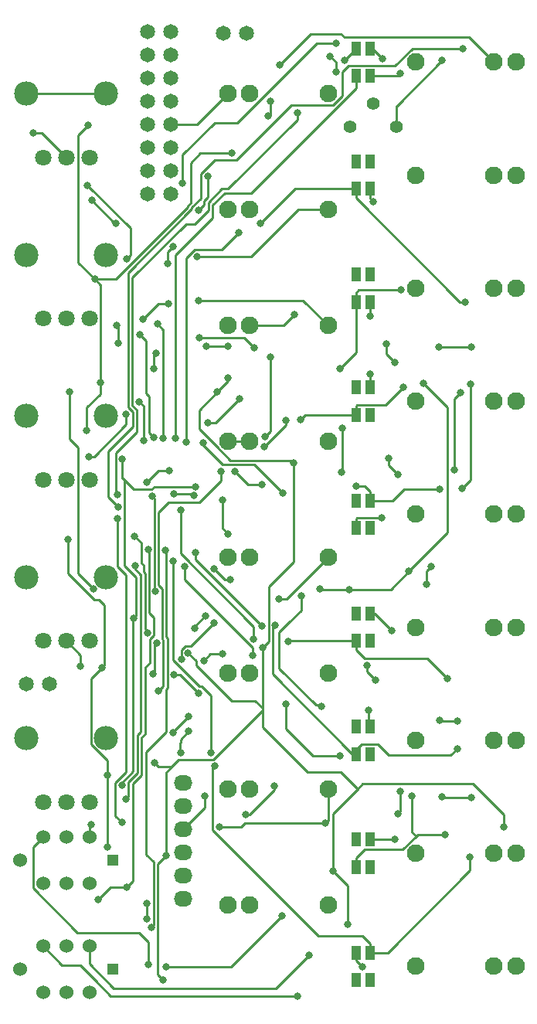
<source format=gbl>
G04 #@! TF.GenerationSoftware,KiCad,Pcbnew,(6.0.5-0)*
G04 #@! TF.CreationDate,2022-05-25T13:52:13-07:00*
G04 #@! TF.ProjectId,SCMplus,53434d70-6c75-4732-9e6b-696361645f70,rev?*
G04 #@! TF.SameCoordinates,PX85b6780PY82ed558*
G04 #@! TF.FileFunction,Copper,L2,Bot*
G04 #@! TF.FilePolarity,Positive*
%FSLAX46Y46*%
G04 Gerber Fmt 4.6, Leading zero omitted, Abs format (unit mm)*
G04 Created by KiCad (PCBNEW (6.0.5-0)) date 2022-05-25 13:52:13*
%MOMM*%
%LPD*%
G01*
G04 APERTURE LIST*
G04 #@! TA.AperFunction,ComponentPad*
%ADD10C,1.651000*%
G04 #@! TD*
G04 #@! TA.AperFunction,ComponentPad*
%ADD11C,1.397000*%
G04 #@! TD*
G04 #@! TA.AperFunction,ComponentPad*
%ADD12O,2.032000X1.727200*%
G04 #@! TD*
G04 #@! TA.AperFunction,ComponentPad*
%ADD13C,1.930400*%
G04 #@! TD*
G04 #@! TA.AperFunction,ComponentPad*
%ADD14C,1.524000*%
G04 #@! TD*
G04 #@! TA.AperFunction,ComponentPad*
%ADD15R,1.270000X1.270000*%
G04 #@! TD*
G04 #@! TA.AperFunction,ComponentPad*
%ADD16C,1.803400*%
G04 #@! TD*
G04 #@! TA.AperFunction,ComponentPad*
%ADD17C,2.667000*%
G04 #@! TD*
G04 #@! TA.AperFunction,SMDPad,CuDef*
%ADD18R,1.100000X1.500000*%
G04 #@! TD*
G04 #@! TA.AperFunction,ViaPad*
%ADD19C,0.800000*%
G04 #@! TD*
G04 #@! TA.AperFunction,Conductor*
%ADD20C,0.250000*%
G04 #@! TD*
G04 APERTURE END LIST*
D10*
X-115457448Y46501280D03*
X-117997448Y46501280D03*
X-104658000Y117977000D03*
X-102118000Y117977000D03*
X-104658000Y115437000D03*
X-102118000Y115437000D03*
X-104658000Y112897000D03*
X-102118000Y112897000D03*
X-104658000Y110357000D03*
X-102118000Y110357000D03*
X-104658000Y107817000D03*
X-102118000Y107817000D03*
X-104658000Y105277000D03*
X-102118000Y105277000D03*
X-104658000Y102737000D03*
X-102118000Y102737000D03*
X-104658000Y100197000D03*
X-102118000Y100197000D03*
D11*
X-82468000Y107537000D03*
X-79928000Y110077000D03*
X-77388000Y107537000D03*
D12*
X-100748000Y35687000D03*
X-100748000Y33147000D03*
X-100748000Y30607000D03*
X-100748000Y28067000D03*
X-100748000Y25527000D03*
X-100748000Y22987000D03*
D10*
X-93838000Y117787000D03*
X-96378000Y117787000D03*
D13*
X-75297000Y102236500D03*
X-64324200Y102236500D03*
X-66737200Y102236500D03*
D14*
X-111060200Y24614100D03*
X-113600200Y24614100D03*
X-116140200Y24614100D03*
X-111060200Y29694100D03*
X-113600200Y29694100D03*
X-116140200Y29694100D03*
D15*
X-108520200Y27154100D03*
D14*
X-118680200Y27154100D03*
D13*
X-84898200Y111177300D03*
X-95871000Y111177300D03*
X-93458000Y111177300D03*
X-84898200Y85777300D03*
X-95871000Y85777300D03*
X-93458000Y85777300D03*
D16*
X-111060363Y68859057D03*
X-113600363Y68859057D03*
X-116140363Y68859057D03*
D17*
X-109206163Y75869457D03*
X-117994563Y75869457D03*
D18*
X-81830580Y29441500D03*
X-81830580Y26441500D03*
X-80330580Y26441500D03*
X-80330580Y29441500D03*
D13*
X-75297000Y89854000D03*
X-64324200Y89854000D03*
X-66737200Y89854000D03*
X-75297000Y77471500D03*
X-64324200Y77471500D03*
X-66737200Y77471500D03*
D16*
X-111060363Y86512057D03*
X-113600363Y86512057D03*
X-116140363Y86512057D03*
D17*
X-109206163Y93522457D03*
X-117994563Y93522457D03*
D16*
X-111060363Y33553057D03*
X-113600363Y33553057D03*
X-116140363Y33553057D03*
D17*
X-109206163Y40563457D03*
X-117994563Y40563457D03*
D13*
X-75297000Y15559000D03*
X-64324200Y15559000D03*
X-66737200Y15559000D03*
X-84898200Y47677300D03*
X-95871000Y47677300D03*
X-93458000Y47677300D03*
X-84898200Y22277300D03*
X-95871000Y22277300D03*
X-93458000Y22277300D03*
D14*
X-111060200Y12676100D03*
X-113600200Y12676100D03*
X-116140200Y12676100D03*
X-111060200Y17756100D03*
X-113600200Y17756100D03*
X-116140200Y17756100D03*
D15*
X-108520200Y15216100D03*
D14*
X-118680200Y15216100D03*
D13*
X-75297000Y114619000D03*
X-64324200Y114619000D03*
X-66737200Y114619000D03*
X-84898200Y60377300D03*
X-95871000Y60377300D03*
X-93458000Y60377300D03*
X-75297000Y27941500D03*
X-64324200Y27941500D03*
X-66737200Y27941500D03*
X-75297000Y52706500D03*
X-64324200Y52706500D03*
X-66737200Y52706500D03*
X-84898200Y73077300D03*
X-95871000Y73077300D03*
X-93458000Y73077300D03*
X-84898200Y34977300D03*
X-95871000Y34977300D03*
X-93458000Y34977300D03*
D18*
X-81830580Y78971500D03*
X-81830580Y75971500D03*
X-80330580Y75971500D03*
X-80330580Y78971500D03*
D16*
X-111060363Y51206057D03*
X-113600363Y51206057D03*
X-116140363Y51206057D03*
D17*
X-109206163Y58216457D03*
X-117994563Y58216457D03*
D18*
X-81830580Y116119000D03*
X-81830580Y113119000D03*
X-80330580Y113119000D03*
X-80330580Y116119000D03*
D16*
X-111060363Y104165057D03*
X-113600363Y104165057D03*
X-116140363Y104165057D03*
D17*
X-109206163Y111175457D03*
X-117994563Y111175457D03*
D18*
X-81830580Y91354000D03*
X-81830580Y88354000D03*
X-80330580Y88354000D03*
X-80330580Y91354000D03*
X-81830580Y54206500D03*
X-81830580Y51206500D03*
X-80330580Y51206500D03*
X-80330580Y54206500D03*
D13*
X-75297000Y40324000D03*
X-64324200Y40324000D03*
X-66737200Y40324000D03*
D18*
X-81830580Y103736500D03*
X-81830580Y100736500D03*
X-80330580Y100736500D03*
X-80330580Y103736500D03*
X-80330580Y63589000D03*
X-80330580Y66589000D03*
X-81830580Y66589000D03*
X-81830580Y63589000D03*
X-81830580Y41824000D03*
X-81830580Y38824000D03*
X-80330580Y38824000D03*
X-80330580Y41824000D03*
D13*
X-75297000Y65089000D03*
X-64324200Y65089000D03*
X-66737200Y65089000D03*
X-84898200Y98477300D03*
X-95871000Y98477300D03*
X-93458000Y98477300D03*
D18*
X-80330580Y14059000D03*
X-80330580Y17059000D03*
X-81830580Y17059000D03*
X-81830580Y14059000D03*
D19*
X-72398000Y34117000D03*
X-98358000Y53987000D03*
X-103748000Y82767000D03*
X-101913896Y41136300D03*
X-98428000Y34227000D03*
X-72388000Y114837000D03*
X-103958000Y80997000D03*
X-95871000Y83470000D03*
X-98258000Y83507000D03*
X-69208000Y34077000D03*
X-72778000Y83367000D03*
X-69238000Y83447000D03*
X-99518000Y52607000D03*
X-100180655Y42939521D03*
X-99248000Y93327000D03*
X-108138000Y96957000D03*
X-110808000Y99467000D03*
X-90248000Y55827000D03*
X-105218000Y86457000D03*
X-108048000Y85767000D03*
X-102418000Y88177000D03*
X-99118000Y88517000D03*
X-107858000Y83817000D03*
X-102638000Y15537000D03*
X-104618000Y15787000D03*
X-89958000Y21127000D03*
X-110855839Y31122500D03*
X-96798000Y30797000D03*
X-85158000Y31217000D03*
X-88228000Y12327000D03*
X-86988000Y16757000D03*
X-107918000Y65877000D03*
X-70108000Y116097000D03*
X-106998000Y24197000D03*
X-104628000Y61237000D03*
X-110068000Y22847000D03*
X-102938000Y73457000D03*
X-111258000Y101127000D03*
X-106978151Y93037151D03*
X-103578000Y85917000D03*
X-104028000Y73517000D03*
X-105491000Y84730000D03*
X-102729489Y61166234D03*
X-104292500Y19837000D03*
X-105081309Y73205200D03*
X-105565000Y77416000D03*
X-108008000Y67217000D03*
X-88238000Y109037000D03*
X-104748000Y68577000D03*
X-102288000Y69867000D03*
X-103794969Y56627000D03*
X-104198000Y67057000D03*
X-103453989Y45722500D03*
X-96597511Y69811636D03*
X-103878000Y37847000D03*
X-84378000Y26047000D03*
X-100246200Y49893221D03*
X-88638000Y70667000D03*
X-95828000Y80017000D03*
X-82728000Y20187000D03*
X-92088000Y50437000D03*
X-102958000Y14037000D03*
X-97038000Y78477000D03*
X-65678000Y30837000D03*
X-98078000Y102117000D03*
X-91228000Y110347000D03*
X-99088000Y98397000D03*
X-102678000Y27687000D03*
X-91428000Y108707000D03*
X-101888000Y94397000D03*
X-101758000Y47507000D03*
X-97358000Y59097000D03*
X-110619087Y56897312D03*
X-92958000Y83327000D03*
X-113248000Y78507000D03*
X-99028000Y84437000D03*
X-100838000Y101347000D03*
X-102478000Y92537000D03*
X-95618000Y57907000D03*
X-99072090Y45497072D03*
X-103669391Y51017389D03*
X-104098000Y47627000D03*
X-84018000Y116647000D03*
X-109629496Y48312500D03*
X-95448000Y104627000D03*
X-111347000Y74248000D03*
X-111188000Y107707000D03*
X-109068000Y36502500D03*
X-104764085Y20718257D03*
X-110448000Y90827000D03*
X-74461378Y79421500D03*
X-101757039Y67345492D03*
X-85818000Y56867000D03*
X-109068000Y28637000D03*
X-104742011Y22487000D03*
X-82598000Y56857000D03*
X-109875000Y79520000D03*
X-113358000Y62307000D03*
X-99558000Y67131500D03*
X-76038000Y58847000D03*
X-92308000Y96917000D03*
X-94658000Y95947000D03*
X-69848000Y88337000D03*
X-100478000Y73017000D03*
X-77238000Y32297000D03*
X-80608000Y48557000D03*
X-78278000Y71247000D03*
X-79708000Y46917000D03*
X-74144000Y57415000D03*
X-77588000Y81697000D03*
X-78508000Y83717000D03*
X-77248000Y69417000D03*
X-73641000Y59398000D03*
X-76948000Y34747000D03*
X-95095399Y69792990D03*
X-83628000Y81027000D03*
X-76868000Y89667000D03*
X-83388000Y69667000D03*
X-83328000Y74557000D03*
X-92158000Y68337000D03*
X-91878000Y72467000D03*
X-89528000Y75407000D03*
X-87888000Y75487000D03*
X-76608000Y79007000D03*
X-83628000Y38597000D03*
X-89528000Y44317000D03*
X-75698000Y34197000D03*
X-93168000Y49647000D03*
X-100648000Y59357000D03*
X-72098000Y30017000D03*
X-70393677Y78428226D03*
X-71058000Y69907000D03*
X-97335219Y37490251D03*
X-101880300Y59934700D03*
X-97748000Y38947000D03*
X-69328000Y27497000D03*
X-70698000Y42397000D03*
X-72678000Y42527000D03*
X-96439000Y49802000D03*
X-98519000Y49058000D03*
X-90208000Y114327000D03*
X-107433500Y71102774D03*
X-91805299Y73564299D03*
X-91178000Y82307000D03*
X-99447597Y68124886D03*
X-88558000Y87007000D03*
X-106198000Y53667000D03*
X-107477510Y35387000D03*
X-84052347Y113547333D03*
X-84660299Y115219299D03*
X-81108000Y15487000D03*
X-77558000Y29497000D03*
X-80458000Y43587000D03*
X-77938000Y52327000D03*
X-78978000Y64727000D03*
X-80258000Y80437000D03*
X-80278000Y86767000D03*
X-79951000Y99299000D03*
X-78898000Y114987000D03*
X-76998000Y113357000D03*
X-83078000Y114817000D03*
X-101608000Y73377000D03*
X-93928000Y32167000D03*
X-96468000Y66637000D03*
X-85658000Y44077000D03*
X-87828000Y56187000D03*
X-95838102Y62961500D03*
X-90828000Y35347000D03*
X-70198000Y67917000D03*
X-81818000Y68177000D03*
X-98578000Y72897000D03*
X-69308000Y79337000D03*
X-89828000Y67377000D03*
X-72658000Y67857000D03*
X-89238000Y51167000D03*
X-101034000Y65514000D03*
X-93032774Y51366372D03*
X-71798000Y47087000D03*
X-70748000Y39387000D03*
X-99408000Y60857000D03*
X-92128498Y52817000D03*
X-90678000Y52917000D03*
X-107988000Y64637000D03*
X-107484843Y31322500D03*
X-106088000Y62667000D03*
X-104693990Y52110987D03*
X-107028000Y33857000D03*
X-106066913Y59480512D03*
X-100148000Y41327000D03*
X-101038000Y38927000D03*
X-117178000Y106847000D03*
X-94568000Y77747000D03*
X-111100000Y71428000D03*
X-107038000Y76037000D03*
X-98098000Y75127000D03*
X-112038000Y48467000D03*
X-97378000Y53207000D03*
X-100960701Y49194299D03*
D20*
X-99518000Y52607000D02*
X-99518000Y52827000D01*
X-98428000Y34227000D02*
X-98428000Y32927000D01*
X-69318000Y83367000D02*
X-69238000Y83447000D01*
X-103958000Y82557000D02*
X-103748000Y82767000D01*
X-99518000Y52827000D02*
X-98358000Y53987000D01*
X-72358000Y34077000D02*
X-69208000Y34077000D01*
X-72778000Y83367000D02*
X-69318000Y83367000D01*
X-72398000Y34117000D02*
X-72358000Y34077000D01*
X-100180655Y42939521D02*
X-101913896Y41206280D01*
X-109206163Y111175457D02*
X-117994563Y111175457D01*
X-101913896Y41206280D02*
X-101913896Y41136300D01*
X-99231300Y107817000D02*
X-95871000Y111177300D01*
X-95908000Y83507000D02*
X-95871000Y83470000D01*
X-72388000Y114837000D02*
X-77363000Y109862000D01*
X-102118000Y107817000D02*
X-99231300Y107817000D01*
X-95871005Y73077299D02*
X-93458005Y73077299D01*
X-103958000Y80997000D02*
X-103958000Y82557000D01*
X-98258000Y83507000D02*
X-95908000Y83507000D01*
X-98428000Y32927000D02*
X-100748000Y30607000D01*
X-77363000Y109862000D02*
X-77388000Y109837000D01*
X-77388000Y109837000D02*
X-77388000Y107537000D01*
X-108138000Y96957000D02*
X-108298000Y96957000D01*
X-93338000Y93327000D02*
X-99248000Y93327000D01*
X-108298000Y96957000D02*
X-110808000Y99467000D01*
X-91998000Y94667000D02*
X-93338000Y93327000D01*
X-84898200Y98477300D02*
X-88187700Y98477300D01*
X-88187700Y98477300D02*
X-91998000Y94667000D01*
X-89448500Y55827000D02*
X-84898200Y60377300D01*
X-90248000Y55827000D02*
X-89448500Y55827000D01*
X-107858000Y85577000D02*
X-108048000Y85767000D01*
X-105218000Y86457000D02*
X-103498000Y88177000D01*
X-99118000Y88517000D02*
X-87637900Y88517000D01*
X-107858000Y83817000D02*
X-107858000Y85577000D01*
X-87637900Y88517000D02*
X-84898200Y85777300D01*
X-103498000Y88177000D02*
X-102418000Y88177000D01*
X-116140200Y29694100D02*
X-117226711Y28607589D01*
X-112368000Y19267000D02*
X-107058000Y19267000D01*
X-105618000Y19267000D02*
X-104588000Y18237000D01*
X-104588000Y18237000D02*
X-104588000Y15817000D01*
X-107058000Y19267000D02*
X-105618000Y19267000D01*
X-102638000Y15537000D02*
X-95548000Y15537000D01*
X-117226711Y24125711D02*
X-112368000Y19267000D01*
X-95548000Y15537000D02*
X-89958000Y21127000D01*
X-104588000Y15817000D02*
X-104618000Y15787000D01*
X-117226711Y28607589D02*
X-117226711Y24125711D01*
X-111060200Y30918139D02*
X-110855839Y31122500D01*
X-94422600Y30797000D02*
X-96798000Y30797000D01*
X-84898200Y31476800D02*
X-84898200Y34977300D01*
X-85158000Y31217000D02*
X-84898200Y31476800D01*
X-85158000Y31217000D02*
X-94002600Y31217000D01*
X-111060200Y29694100D02*
X-111060200Y30918139D01*
X-94002600Y31217000D02*
X-94422600Y30797000D01*
X-108708000Y12327000D02*
X-88228000Y12327000D01*
X-116140200Y17756100D02*
X-114050249Y15666149D01*
X-110428000Y14047000D02*
X-108708000Y12327000D01*
X-112047149Y15666149D02*
X-110428000Y14047000D01*
X-114050249Y15666149D02*
X-112047149Y15666149D01*
X-90608000Y13137000D02*
X-86988000Y16757000D01*
X-111060200Y15837078D02*
X-108360122Y13137000D01*
X-108360122Y13137000D02*
X-90608000Y13137000D01*
X-111060200Y17756100D02*
X-111060200Y15837078D01*
X-82666889Y114193511D02*
X-77561489Y114193511D01*
X-106793499Y76817099D02*
X-106793499Y91561501D01*
X-98847511Y99662089D02*
X-98847511Y102372103D01*
X-88957411Y109887589D02*
X-84363983Y109887589D01*
X-75658000Y116097000D02*
X-70108000Y116097000D01*
X-99812501Y98542499D02*
X-99812501Y98697099D01*
X-98847511Y102372103D02*
X-97322614Y103897000D01*
X-83328000Y113532400D02*
X-82666889Y114193511D01*
X-97322614Y103897000D02*
X-94948000Y103897000D01*
X-77561489Y114193511D02*
X-75658000Y116097000D01*
X-106313499Y76337099D02*
X-106793499Y76817099D01*
X-108988000Y66947000D02*
X-108988000Y71982400D01*
X-99812501Y98697099D02*
X-98847511Y99662089D01*
X-108988000Y71982400D02*
X-106313499Y74656901D01*
X-84363983Y109887589D02*
X-83328000Y110923572D01*
X-94948000Y103897000D02*
X-88957411Y109887589D01*
X-107918000Y65877000D02*
X-108988000Y66947000D01*
X-106793499Y91561501D02*
X-99812501Y98542499D01*
X-83328000Y110923572D02*
X-83328000Y113532400D01*
X-106313499Y74656901D02*
X-106313499Y76337099D01*
X-105348979Y36532320D02*
X-105348978Y40616022D01*
X-104519468Y54298420D02*
X-104519469Y58815581D01*
X-104932501Y48292499D02*
X-104393891Y48831109D01*
X-108718000Y24197000D02*
X-110068000Y22847000D01*
X-104393891Y51386486D02*
X-103969489Y51810888D01*
X-103969489Y53748441D02*
X-104519468Y54298420D01*
X-104932501Y41032499D02*
X-104932501Y48292499D01*
X-106998000Y24197000D02*
X-106303499Y24891501D01*
X-104519469Y58815581D02*
X-104529469Y58825581D01*
X-106998000Y24197000D02*
X-108718000Y24197000D01*
X-104529469Y58825581D02*
X-104529469Y61138469D01*
X-104529469Y61138469D02*
X-104628000Y61237000D01*
X-103969489Y51810888D02*
X-103969489Y53748441D01*
X-106303499Y35577800D02*
X-105348979Y36532320D01*
X-104393891Y48831109D02*
X-104393891Y51386486D01*
X-105348978Y40616022D02*
X-104932501Y41032499D01*
X-106303499Y24891501D02*
X-106303499Y35577800D01*
X-111258000Y101127000D02*
X-106548000Y96417000D01*
X-102938000Y85277000D02*
X-103578000Y85917000D01*
X-102938000Y73457000D02*
X-102938000Y85277000D01*
X-106548000Y96417000D02*
X-106548000Y93467302D01*
X-106548000Y93467302D02*
X-106978151Y93037151D01*
X-104488000Y73977000D02*
X-104488000Y77950000D01*
X-104028000Y73517000D02*
X-104488000Y73977000D01*
X-105491000Y84730000D02*
X-104856000Y84095000D01*
X-104856000Y84095000D02*
X-104856000Y78318000D01*
X-104488000Y77950000D02*
X-104856000Y78318000D01*
X-102495380Y46045405D02*
X-102633989Y45906796D01*
X-104017511Y20111989D02*
X-104292500Y19837000D01*
X-104808000Y39077774D02*
X-104808000Y27773682D01*
X-102633989Y41251785D02*
X-104808000Y39077774D01*
X-102613988Y61050733D02*
X-102613988Y51622290D01*
X-104017510Y26610806D02*
X-104017511Y20111989D01*
X-102633989Y45906796D02*
X-102633989Y41251785D01*
X-102613988Y51622290D02*
X-102495380Y51503682D01*
X-102495380Y51503682D02*
X-102495380Y46045405D01*
X-102729489Y61166234D02*
X-102613988Y61050733D01*
X-104808000Y27773682D02*
X-104017511Y26983193D01*
X-104017511Y26983193D02*
X-104017510Y26610806D01*
X-105081309Y76932309D02*
X-105565000Y77416000D01*
X-105081309Y73205200D02*
X-105081309Y76932309D01*
X-99468000Y96907000D02*
X-98007511Y98367489D01*
X-106328000Y89237000D02*
X-106328000Y90987000D01*
X-100408000Y96907000D02*
X-99468000Y96907000D01*
X-105863989Y74090707D02*
X-108158000Y71796696D01*
X-106328000Y76987304D02*
X-105863989Y76523293D01*
X-106328000Y89237000D02*
X-106328000Y76987304D01*
X-105863989Y76523293D02*
X-105863989Y74090707D01*
X-108158000Y67367000D02*
X-108008000Y67217000D01*
X-96528490Y100726510D02*
X-95848490Y100726510D01*
X-88238000Y108337000D02*
X-88238000Y109037000D01*
X-95848490Y100726510D02*
X-88238000Y108337000D01*
X-106328000Y90987000D02*
X-100408000Y96907000D01*
X-98007511Y98367489D02*
X-98007511Y99247489D01*
X-98007511Y99247489D02*
X-96528490Y100726510D01*
X-108158000Y71796696D02*
X-108158000Y67367000D01*
X-102288000Y69867000D02*
X-103458000Y69867000D01*
X-103903499Y56735530D02*
X-103794969Y56627000D01*
X-103458000Y69867000D02*
X-104748000Y68577000D01*
X-104198000Y67057000D02*
X-103903499Y66762499D01*
X-103903499Y66762499D02*
X-103903499Y56735530D01*
X-103453989Y65289373D02*
X-102348377Y66394985D01*
X-102944890Y46231599D02*
X-102944890Y51317488D01*
X-96597511Y68783472D02*
X-96597511Y69811636D01*
X-103063499Y56920130D02*
X-103453989Y57310620D01*
X-103453989Y45722500D02*
X-102944890Y46231599D01*
X-103063499Y51436097D02*
X-103063499Y56920130D01*
X-102944890Y51317488D02*
X-103063499Y51436097D01*
X-98985998Y66394985D02*
X-96597511Y68783472D01*
X-103453989Y57310620D02*
X-103453989Y65289373D01*
X-102348377Y66394985D02*
X-98985998Y66394985D01*
X-92888000Y44657000D02*
X-95468000Y44657000D01*
X-97160711Y72543083D02*
X-95584628Y70967000D01*
X-103473000Y37442000D02*
X-102033000Y37442000D01*
X-102678000Y27687000D02*
X-103568000Y26797000D01*
X-88638000Y70667000D02*
X-88638000Y59887000D01*
X-103568000Y14647000D02*
X-102958000Y14037000D01*
X-92088000Y44657000D02*
X-92088000Y45697000D01*
X-92088000Y43717000D02*
X-92088000Y44657000D01*
X-98457022Y99027978D02*
X-99088000Y98397000D01*
X-103878000Y37847000D02*
X-103473000Y37442000D01*
X-99028000Y74437000D02*
X-97160711Y72569711D01*
X-87188000Y36827000D02*
X-83498000Y36827000D01*
X-84378000Y32287000D02*
X-84378000Y26047000D01*
X-91228000Y110347000D02*
X-91228000Y108907000D01*
X-102033000Y37442000D02*
X-101272501Y38202499D01*
X-92088000Y43857000D02*
X-92888000Y44657000D01*
X-88638000Y59887000D02*
X-91403997Y57121003D01*
X-92088000Y41727000D02*
X-87188000Y36827000D01*
X-84378000Y26047000D02*
X-82728000Y24397000D01*
X-95584628Y70967000D02*
X-88938000Y70967000D01*
X-95828000Y79687000D02*
X-97038000Y78477000D01*
X-91228000Y108907000D02*
X-91428000Y108707000D01*
X-103568000Y26797000D02*
X-103568000Y14647000D01*
X-102678000Y36797000D02*
X-102033000Y37442000D01*
X-102678000Y27687000D02*
X-102678000Y36797000D01*
X-81133499Y35531501D02*
X-69002501Y35531501D01*
X-98078000Y102117000D02*
X-98078000Y99812704D01*
X-98457022Y99433682D02*
X-98457022Y99027978D01*
X-88938000Y70967000D02*
X-88638000Y70667000D01*
X-81668000Y34997000D02*
X-84378000Y32287000D01*
X-97038000Y78477000D02*
X-99028000Y76487000D01*
X-83498000Y36827000D02*
X-81668000Y34997000D01*
X-101272501Y38202499D02*
X-97467901Y38202499D01*
X-91403997Y57121003D02*
X-91403997Y51121003D01*
X-81668000Y34997000D02*
X-81133499Y35531501D01*
X-95468000Y44657000D02*
X-99368000Y48557000D01*
X-95828000Y80017000D02*
X-95828000Y79687000D01*
X-92088000Y43582400D02*
X-92088000Y43717000D01*
X-99028000Y76487000D02*
X-99028000Y74437000D01*
X-97467901Y38202499D02*
X-92088000Y43582400D01*
X-97160711Y72569711D02*
X-97160711Y72543083D01*
X-91403997Y51121003D02*
X-92088000Y50437000D01*
X-99368000Y48557000D02*
X-99368000Y49015021D01*
X-99368000Y49015021D02*
X-100246200Y49893221D01*
X-69002501Y35531501D02*
X-65678000Y32207000D01*
X-92088000Y44657000D02*
X-92088000Y41727000D01*
X-65678000Y32207000D02*
X-65678000Y30837000D01*
X-98078000Y99812704D02*
X-98457022Y99433682D01*
X-92088000Y45697000D02*
X-92088000Y50437000D01*
X-92088000Y43717000D02*
X-92088000Y43857000D01*
X-82728000Y24397000D02*
X-82728000Y20187000D01*
X-96168000Y57907000D02*
X-97358000Y59097000D01*
X-94068000Y84437000D02*
X-99028000Y84437000D01*
X-113248000Y73367000D02*
X-113248000Y78507000D01*
X-94834372Y107977000D02*
X-86164372Y116647000D01*
X-97348000Y107977000D02*
X-94834372Y107977000D01*
X-104098000Y47627000D02*
X-103944380Y47780620D01*
X-103944380Y50742400D02*
X-103669391Y51017389D01*
X-95618000Y57907000D02*
X-96168000Y57907000D01*
X-99072090Y45497072D02*
X-101082018Y47507000D01*
X-101082018Y47507000D02*
X-101758000Y47507000D01*
X-103944380Y47780620D02*
X-103944380Y50742400D01*
X-100838000Y101347000D02*
X-100838000Y104487000D01*
X-110619087Y56897312D02*
X-112286574Y58564799D01*
X-112286574Y58564799D02*
X-112286574Y72405574D01*
X-101888000Y94397000D02*
X-102478000Y93807000D01*
X-102478000Y93807000D02*
X-102478000Y92537000D01*
X-86164372Y116647000D02*
X-84018000Y116647000D01*
X-112286574Y72405574D02*
X-113248000Y73367000D01*
X-100838000Y104487000D02*
X-97348000Y107977000D01*
X-92958000Y83327000D02*
X-94068000Y84437000D01*
X-112286574Y92665574D02*
X-112286574Y106608426D01*
X-71829992Y65228992D02*
X-71829992Y76790114D01*
X-99968000Y103557000D02*
X-98898000Y104627000D01*
X-110028000Y55747000D02*
X-109438000Y55157000D01*
X-113358000Y58611625D02*
X-113358000Y62307000D01*
X-99968000Y99177304D02*
X-99968000Y103557000D01*
X-110864174Y47077822D02*
X-110864174Y39876685D01*
X-71829992Y65228992D02*
X-71829992Y63055008D01*
X-100262011Y98883293D02*
X-99968000Y99177304D01*
X-109438000Y55157000D02*
X-109438000Y48503996D01*
X-110028000Y55747000D02*
X-110493375Y55747000D01*
X-82598000Y56857000D02*
X-85833898Y56857000D01*
X-108163704Y90827000D02*
X-100262012Y98728692D01*
X-109875000Y85963295D02*
X-109875000Y78256000D01*
X-100262012Y98728692D02*
X-100262011Y98883293D01*
X-99558000Y67131500D02*
X-99771992Y67345492D01*
X-109068000Y38080511D02*
X-109068000Y36502500D01*
X-110448000Y90827000D02*
X-109834152Y90213152D01*
X-110493375Y55747000D02*
X-113358000Y58611625D01*
X-104742011Y22487000D02*
X-104742011Y20740331D01*
X-110448000Y90827000D02*
X-108163704Y90827000D01*
X-109834152Y90213152D02*
X-109834152Y86004143D01*
X-112286574Y106608426D02*
X-111188000Y107707000D01*
X-104742011Y20740331D02*
X-104764085Y20718257D01*
X-109438000Y48503996D02*
X-109629496Y48312500D01*
X-85833898Y56857000D02*
X-85828000Y56857000D01*
X-109875000Y78256000D02*
X-111347000Y76784000D01*
X-98898000Y104627000D02*
X-95448000Y104627000D01*
X-111347000Y76784000D02*
X-111347000Y74248000D01*
X-109068000Y28637000D02*
X-109068000Y36502500D01*
X-110864174Y39876685D02*
X-109068000Y38080511D01*
X-109629496Y48312500D02*
X-110864174Y47077822D01*
X-110448000Y90827000D02*
X-112286574Y92665574D01*
X-85828000Y56857000D02*
X-85818000Y56867000D01*
X-99771992Y67345492D02*
X-101757039Y67345492D01*
X-78028000Y56857000D02*
X-76038000Y58847000D01*
X-71829992Y76790114D02*
X-74461378Y79421500D01*
X-71829992Y63055008D02*
X-76038000Y58847000D01*
X-82598000Y56857000D02*
X-78028000Y56857000D01*
X-109834152Y86004143D02*
X-109875000Y85963295D01*
X-81830580Y99736500D02*
X-70431080Y88337000D01*
X-100478000Y93121600D02*
X-99548099Y94051501D01*
X-88488500Y100736500D02*
X-81830580Y100736500D01*
X-81830580Y100736500D02*
X-81830580Y99736500D01*
X-100478000Y73017000D02*
X-100478000Y93121600D01*
X-92308000Y96917000D02*
X-88488500Y100736500D01*
X-99548099Y94051501D02*
X-96553499Y94051501D01*
X-96553499Y94051501D02*
X-94658000Y95947000D01*
X-70431080Y88337000D02*
X-69848000Y88337000D01*
X-77238000Y32297000D02*
X-76948000Y32587000D01*
X-78278000Y71247000D02*
X-78278000Y70447000D01*
X-76948000Y32587000D02*
X-76948000Y34747000D01*
X-78278000Y70447000D02*
X-77248000Y69417000D01*
X-80608000Y47817000D02*
X-79708000Y46917000D01*
X-80608000Y48557000D02*
X-80608000Y47817000D01*
X-78508000Y83717000D02*
X-78508000Y82617000D01*
X-78508000Y82617000D02*
X-77588000Y81697000D01*
X-74144000Y57415000D02*
X-74144000Y58895000D01*
X-74144000Y58895000D02*
X-73641000Y59398000D01*
X-81830580Y82824420D02*
X-81830580Y88354000D01*
X-83388000Y69667000D02*
X-83328000Y69727000D01*
X-83328000Y69727000D02*
X-83328000Y74557000D01*
X-92158000Y68337000D02*
X-93639409Y68337000D01*
X-81830580Y89354000D02*
X-81517580Y89667000D01*
X-81830580Y88354000D02*
X-81830580Y89354000D01*
X-81517580Y89667000D02*
X-76868000Y89667000D01*
X-83628000Y81027000D02*
X-81830580Y82824420D01*
X-93639409Y68337000D02*
X-95095399Y69792990D01*
X-81756069Y77046011D02*
X-78568989Y77046011D01*
X-89528000Y74817000D02*
X-89528000Y75407000D01*
X-81830580Y75971500D02*
X-81830580Y76971500D01*
X-87888000Y75487000D02*
X-87403500Y75971500D01*
X-78568989Y77046011D02*
X-76608000Y79007000D01*
X-81830580Y76971500D02*
X-81756069Y77046011D01*
X-91878000Y72467000D02*
X-89528000Y74817000D01*
X-87403500Y75971500D02*
X-81830580Y75971500D01*
X-75698000Y34197000D02*
X-75698000Y30257000D01*
X-86578000Y38597000D02*
X-83628000Y38597000D01*
X-80915080Y28357000D02*
X-76705428Y28357000D01*
X-81830580Y27441500D02*
X-80915080Y28357000D01*
X-100648000Y57957000D02*
X-95688000Y52997000D01*
X-93168000Y50477000D02*
X-93168000Y49647000D01*
X-75251714Y29810714D02*
X-75045428Y30017000D01*
X-76705428Y28357000D02*
X-75251714Y29810714D01*
X-89528000Y44317000D02*
X-89528000Y41547000D01*
X-75698000Y30257000D02*
X-75251714Y29810714D01*
X-89528000Y41547000D02*
X-86578000Y38597000D01*
X-81830580Y26441500D02*
X-81830580Y27441500D01*
X-75045428Y30017000D02*
X-72098000Y30017000D01*
X-100648000Y59357000D02*
X-100648000Y57957000D01*
X-95688000Y52997000D02*
X-93168000Y50477000D01*
X-71058000Y77763903D02*
X-71058000Y69907000D01*
X-70393677Y78428226D02*
X-71058000Y77763903D01*
X-78381558Y17059000D02*
X-69328000Y26112558D01*
X-80330580Y18059000D02*
X-81173980Y18902400D01*
X-80330580Y17059000D02*
X-78381558Y17059000D01*
X-99012573Y46221573D02*
X-98771991Y46221573D01*
X-97748000Y45197582D02*
X-97748000Y38947000D01*
X-81173980Y18902400D02*
X-85928000Y18902400D01*
X-97522501Y30496901D02*
X-97522501Y37302969D01*
X-97522501Y37302969D02*
X-97335219Y37490251D01*
X-101880300Y59934700D02*
X-101880300Y49089300D01*
X-85928000Y18902400D02*
X-97522501Y30496901D01*
X-98771991Y46221573D02*
X-97748000Y45197582D01*
X-69328000Y27497000D02*
X-69328000Y26112558D01*
X-101880300Y49089300D02*
X-99012573Y46221573D01*
X-80330580Y17059000D02*
X-80330580Y18059000D01*
X-70698000Y42397000D02*
X-72548000Y42397000D01*
X-72548000Y42397000D02*
X-72678000Y42527000D01*
X-97775000Y49802000D02*
X-98519000Y49058000D01*
X-96439000Y49802000D02*
X-97775000Y49802000D01*
X-83473000Y117722000D02*
X-86813000Y117722000D01*
X-69578000Y117357000D02*
X-83108000Y117357000D01*
X-83108000Y117357000D02*
X-83473000Y117722000D01*
X-66737200Y114619000D02*
X-69475200Y117357000D01*
X-69475200Y117357000D02*
X-69578000Y117357000D01*
X-86813000Y117722000D02*
X-90208000Y114327000D01*
X-107488000Y69087000D02*
X-107488000Y71048274D01*
X-106248000Y53617000D02*
X-106248000Y36904707D01*
X-93458000Y85777300D02*
X-89787700Y85777300D01*
X-91178000Y82307000D02*
X-91178000Y74191598D01*
X-106228000Y67827000D02*
X-104238000Y67827000D01*
X-107173499Y68772499D02*
X-107173499Y59462499D01*
X-107488000Y71048274D02*
X-107433500Y71102774D01*
X-106198000Y53667000D02*
X-106248000Y53617000D01*
X-104238000Y67827000D02*
X-103940114Y68124886D01*
X-105908000Y53957000D02*
X-106198000Y53667000D01*
X-107488000Y69087000D02*
X-106228000Y67827000D01*
X-91178000Y74191598D02*
X-91805299Y73564299D01*
X-107488000Y69087000D02*
X-107173499Y68772499D01*
X-106248000Y36904707D02*
X-107477510Y35675197D01*
X-107477510Y35675197D02*
X-107477510Y35387000D01*
X-105908000Y58197000D02*
X-105908000Y53957000D01*
X-107173499Y59462499D02*
X-105908000Y58197000D01*
X-89787700Y85777300D02*
X-88558000Y87007000D01*
X-103940114Y68124886D02*
X-99447597Y68124886D01*
X-84660299Y115219299D02*
X-84052347Y114611347D01*
X-84052347Y114611347D02*
X-84052347Y113547333D01*
X-81830580Y17059000D02*
X-81830580Y16209580D01*
X-81830580Y16209580D02*
X-81108000Y15487000D01*
X-77613500Y29441500D02*
X-80330580Y29441500D01*
X-77558000Y29497000D02*
X-77613500Y29441500D01*
X-80458000Y41951420D02*
X-80330580Y41824000D01*
X-80458000Y43587000D02*
X-80458000Y41951420D01*
X-79817500Y54206500D02*
X-77938000Y52327000D01*
X-80330580Y54206500D02*
X-79817500Y54206500D01*
X-81692580Y64727000D02*
X-81830580Y64589000D01*
X-81830580Y64589000D02*
X-81830580Y63589000D01*
X-78978000Y64727000D02*
X-81692580Y64727000D01*
X-80258000Y79044080D02*
X-80330580Y78971500D01*
X-80258000Y80437000D02*
X-80258000Y79044080D01*
X-80278000Y88301420D02*
X-80330580Y88354000D01*
X-80278000Y86767000D02*
X-80278000Y88301420D01*
X-80330580Y99678580D02*
X-79951000Y99299000D01*
X-80330580Y100736500D02*
X-80330580Y99678580D01*
X-80330580Y116119000D02*
X-80030000Y116119000D01*
X-80030000Y116119000D02*
X-78898000Y114987000D01*
X-77236000Y113119000D02*
X-76998000Y113357000D01*
X-80330580Y113119000D02*
X-77236000Y113119000D01*
X-81830580Y116119000D02*
X-81830580Y116064420D01*
X-81830580Y116064420D02*
X-83078000Y114817000D01*
X-96238000Y100277000D02*
X-93338868Y100277000D01*
X-97558000Y97545794D02*
X-97558000Y98957000D01*
X-81830580Y111785288D02*
X-81830580Y113119000D01*
X-101608000Y73377000D02*
X-101658000Y73427000D01*
X-93338868Y100277000D02*
X-81830580Y111785288D01*
X-101658000Y93445794D02*
X-97558000Y97545794D01*
X-97558000Y98957000D02*
X-96238000Y100277000D01*
X-101658000Y73427000D02*
X-101658000Y93445794D01*
X-96468000Y63591398D02*
X-95838102Y62961500D01*
X-93538000Y32227000D02*
X-93868000Y32227000D01*
X-89138000Y53247000D02*
X-90238000Y52147000D01*
X-90238000Y48217000D02*
X-86198000Y44177000D01*
X-96468000Y66637000D02*
X-96468000Y63591398D01*
X-90238000Y51837000D02*
X-90238000Y48217000D01*
X-85758000Y44177000D02*
X-85658000Y44077000D01*
X-93868000Y32227000D02*
X-93928000Y32167000D01*
X-90238000Y52147000D02*
X-90238000Y51837000D01*
X-87828000Y56187000D02*
X-87828000Y54557000D01*
X-86198000Y44177000D02*
X-85758000Y44177000D01*
X-87828000Y54557000D02*
X-89138000Y53247000D01*
X-90828000Y34937000D02*
X-93538000Y32227000D01*
X-90828000Y35347000D02*
X-90828000Y34937000D01*
X-69308000Y68807000D02*
X-70198000Y67917000D01*
X-98578000Y72661296D02*
X-96434193Y70517489D01*
X-80330580Y66589000D02*
X-80330580Y67589000D01*
X-96061806Y70517490D02*
X-92968489Y70517489D01*
X-98578000Y72897000D02*
X-98578000Y72661296D01*
X-72658000Y67857000D02*
X-76548000Y67857000D01*
X-80330580Y66589000D02*
X-77816000Y66589000D01*
X-76548000Y67857000D02*
X-77413000Y66992000D01*
X-69308000Y79337000D02*
X-69308000Y68807000D01*
X-96434193Y70517489D02*
X-96061806Y70517490D01*
X-77816000Y66589000D02*
X-77413000Y66992000D01*
X-80918580Y68177000D02*
X-81818000Y68177000D01*
X-80330580Y67589000D02*
X-80918580Y68177000D01*
X-92968489Y70517489D02*
X-89828000Y67377000D01*
X-73992501Y49281501D02*
X-80905581Y49281501D01*
X-81830580Y50206500D02*
X-81830580Y51206500D01*
X-93032774Y51366372D02*
X-93032774Y52766374D01*
X-89198500Y51206500D02*
X-89238000Y51167000D01*
X-93032774Y52766374D02*
X-101034000Y60767600D01*
X-101034000Y60767600D02*
X-101034000Y65514000D01*
X-80905581Y49281501D02*
X-81830580Y50206500D01*
X-81830580Y51206500D02*
X-89198500Y51206500D01*
X-71798000Y47087000D02*
X-73992501Y49281501D01*
X-99408000Y60857000D02*
X-99408000Y60096502D01*
X-71458000Y38677000D02*
X-70748000Y39387000D01*
X-81830580Y38824000D02*
X-82195000Y38824000D01*
X-81830580Y39273022D02*
X-81205091Y39898511D01*
X-79456069Y39898511D02*
X-78234558Y38677000D01*
X-81205091Y39898511D02*
X-79456069Y39898511D01*
X-90928000Y52667000D02*
X-90678000Y52917000D01*
X-99408000Y60096502D02*
X-92128498Y52817000D01*
X-81830580Y38824000D02*
X-81830580Y39273022D01*
X-78234558Y38677000D02*
X-71458000Y38677000D01*
X-82195000Y38824000D02*
X-90928000Y47557000D01*
X-90928000Y47557000D02*
X-90928000Y52667000D01*
X-108202011Y32039668D02*
X-107484843Y31322500D01*
X-107068000Y58423077D02*
X-107068000Y36821110D01*
X-107988000Y64637000D02*
X-107988000Y59343077D01*
X-108202011Y35687099D02*
X-108202011Y32039668D01*
X-107988000Y59343077D02*
X-107068000Y58423077D01*
X-107068000Y36821110D02*
X-108202011Y35687099D01*
X-106088000Y62667000D02*
X-105389286Y61968286D01*
X-104693990Y52245326D02*
X-104693990Y52110987D01*
X-105088979Y59452579D02*
X-105088979Y58749387D01*
X-105389286Y59752886D02*
X-105088979Y59452579D01*
X-104968980Y52520316D02*
X-104693990Y52245326D01*
X-104968979Y58629387D02*
X-104968980Y52520316D01*
X-105389286Y61968286D02*
X-105389286Y59752886D01*
X-105088979Y58749387D02*
X-104968979Y58629387D01*
X-105798489Y40866511D02*
X-105798490Y36718513D01*
X-105418490Y41246510D02*
X-105798489Y40866511D01*
X-105798490Y36718513D02*
X-106753010Y35763993D01*
X-106066913Y59480512D02*
X-106066913Y59091617D01*
X-105418490Y58443194D02*
X-105418490Y41246510D01*
X-106753010Y35763993D02*
X-106753010Y34131990D01*
X-106753010Y34131990D02*
X-107028000Y33857000D01*
X-106066913Y59091617D02*
X-105418490Y58443194D01*
X-101088000Y40047000D02*
X-101088000Y38977000D01*
X-101048000Y40427000D02*
X-100148000Y41327000D01*
X-101048000Y40067000D02*
X-101048000Y40427000D01*
X-101088000Y38977000D02*
X-101038000Y38927000D01*
X-116282306Y106847000D02*
X-117178000Y106847000D01*
X-113600363Y104165057D02*
X-116282306Y106847000D01*
X-107038000Y74907000D02*
X-110517000Y71428000D01*
X-107038000Y76037000D02*
X-107038000Y74907000D01*
X-97188000Y75127000D02*
X-98098000Y75127000D01*
X-94568000Y77747000D02*
X-97188000Y75127000D01*
X-110517000Y71428000D02*
X-111100000Y71428000D01*
X-97378000Y53207000D02*
X-99967278Y50617722D01*
X-100970701Y50193320D02*
X-100970701Y49204299D01*
X-100546299Y50617722D02*
X-100970701Y50193320D01*
X-112038000Y48467000D02*
X-112038000Y49643694D01*
X-99967278Y50617722D02*
X-100546299Y50617722D01*
X-100970701Y49204299D02*
X-100960701Y49194299D01*
X-112038000Y49643694D02*
X-113600363Y51206057D01*
M02*

</source>
